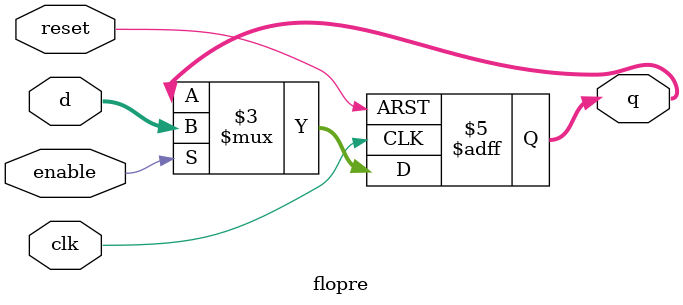
<source format=sv>
module flopre #(parameter N = 64)(
    input logic enable,
    input logic clk, reset,
    input logic [N-1:0] d,
    output logic [N-1:0] q
);

    always_ff @(posedge clk or posedge reset) begin
        if (reset) begin
            q <= 'b0;
        end else 
            if (enable == 1) begin
                q <= d; // actualizar valor.
            end
        end

endmodule
</source>
